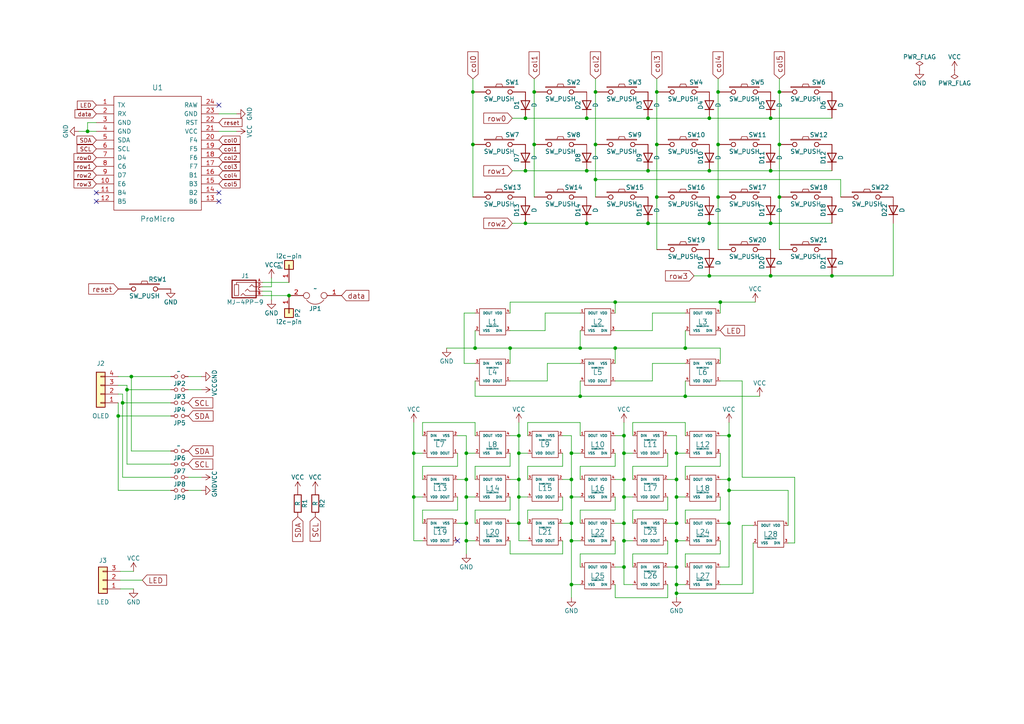
<source format=kicad_sch>
(kicad_sch (version 20231120) (generator "eeschema") (generator_version "8.0")
  (paper "A4")
  (title_block (title "Corne Classic") (date "2018-08-24") (rev "2.0") (company "foostan"))
  (junction (at 223.52 49.53))
  (junction (at 226.06 41.91))
  (junction (at 165.735 144.145))
  (junction (at 137.795 100.965))
  (junction (at 196.215 131.445))
  (junction (at 35.56 116.84))
  (junction (at 190.5 41.91))
  (junction (at 208.28 26.67))
  (junction (at 196.215 164.465))
  (junction (at 170.18 49.53))
  (junction (at 205.74 34.29))
  (junction (at 154.94 41.91))
  (junction (at 154.94 26.67))
  (junction (at 36.83 113.03))
  (junction (at 241.3 80.01))
  (junction (at 205.74 80.01))
  (junction (at 165.735 156.845))
  (junction (at 223.52 64.77))
  (junction (at 25.4 38.1))
  (junction (at 147.955 100.965))
  (junction (at 226.06 57.15))
  (junction (at 211.455 126.365))
  (junction (at 190.5 26.67))
  (junction (at 211.455 142.24))
  (junction (at 208.28 41.91))
  (junction (at 34.29 120.65))
  (junction (at 196.215 169.545))
  (junction (at 187.96 64.77))
  (junction (at 150.495 131.445))
  (junction (at 223.52 34.29))
  (junction (at 165.735 151.765))
  (junction (at 172.72 52.07))
  (junction (at 180.975 144.145))
  (junction (at 135.255 131.445))
  (junction (at 196.215 139.065))
  (junction (at 150.495 139.065))
  (junction (at 83.82 85.725))
  (junction (at 135.255 139.065))
  (junction (at 150.495 151.765))
  (junction (at 187.96 34.29))
  (junction (at 178.435 100.965))
  (junction (at 120.015 144.145))
  (junction (at 152.4 34.29))
  (junction (at 196.215 172.085))
  (junction (at 120.015 131.445))
  (junction (at 150.495 126.365))
  (junction (at 152.4 49.53))
  (junction (at 211.455 151.765))
  (junction (at 180.975 131.445))
  (junction (at 180.975 156.845))
  (junction (at 208.915 87.63))
  (junction (at 208.28 57.15))
  (junction (at 180.975 126.365))
  (junction (at 170.18 34.29))
  (junction (at 198.755 100.965))
  (junction (at 187.96 49.53))
  (junction (at 152.4 64.77))
  (junction (at 137.16 41.91))
  (junction (at 196.215 151.765))
  (junction (at 165.735 139.065))
  (junction (at 137.16 26.67))
  (junction (at 168.275 114.935))
  (junction (at 196.215 156.845))
  (junction (at 165.735 131.445))
  (junction (at 180.975 151.765))
  (junction (at 172.72 26.67))
  (junction (at 165.735 169.545))
  (junction (at 178.435 87.63))
  (junction (at 196.215 144.145))
  (junction (at 135.255 151.765))
  (junction (at 211.455 139.065))
  (junction (at 205.74 49.53))
  (junction (at 190.5 57.15))
  (junction (at 135.255 156.845))
  (junction (at 223.52 80.01))
  (junction (at 168.275 100.965))
  (junction (at 172.72 41.91))
  (junction (at 198.755 114.935))
  (junction (at 170.18 64.77))
  (junction (at 180.975 139.065))
  (junction (at 38.1 109.22))
  (junction (at 205.74 64.77))
  (junction (at 180.975 164.465))
  (junction (at 135.255 144.145))
  (junction (at 150.495 144.145))
  (junction (at 226.06 26.67))
  (no_connect (at 27.94 55.88))
  (no_connect (at 27.94 58.42))
  (no_connect (at 63.5 30.48))
  (no_connect (at 132.715 156.845))
  (no_connect (at 63.5 58.42))
  (no_connect (at 63.5 55.88))
  (wire (pts (xy 36.83 113.03) (xy 36.83 134.62)))
  (wire (pts (xy 208.915 90.805) (xy 208.915 87.63)))
  (wire (pts (xy 208.915 147.955) (xy 208.915 144.145)))
  (wire (pts (xy 259.08 80.01) (xy 241.3 80.01)))
  (wire (pts (xy 76.2 84.455) (xy 78.74 84.455)))
  (wire (pts (xy 215.265 138.43) (xy 230.505 138.43)))
  (wire (pts (xy 137.795 114.935) (xy 168.275 114.935)))
  (wire (pts (xy 183.515 139.065) (xy 183.515 135.255)))
  (wire (pts (xy 178.435 147.955) (xy 178.435 144.145)))
  (wire (pts (xy 208.915 100.965) (xy 208.915 105.41)))
  (wire (pts (xy 198.755 156.845) (xy 196.215 156.845)))
  (wire (pts (xy 36.83 111.76) (xy 36.83 113.03)))
  (wire (pts (xy 198.755 100.965) (xy 208.915 100.965)))
  (wire (pts (xy 211.455 122.555) (xy 211.455 126.365)))
  (wire (pts (xy 168.275 139.065) (xy 168.275 135.255)))
  (wire (pts (xy 198.755 164.465) (xy 198.755 160.655)))
  (wire (pts (xy 150.495 151.765) (xy 150.495 156.845)))
  (wire (pts (xy 38.1 109.22) (xy 49.53 109.22)))
  (wire (pts (xy 38.1 109.22) (xy 38.1 130.81)))
  (wire (pts (xy 193.675 151.765) (xy 196.215 151.765)))
  (wire (pts (xy 132.715 147.955) (xy 132.715 144.145)))
  (wire (pts (xy 152.4 64.77) (xy 170.18 64.77)))
  (wire (pts (xy 187.96 64.77) (xy 205.74 64.77)))
  (wire (pts (xy 198.755 131.445) (xy 196.215 131.445)))
  (wire (pts (xy 172.72 52.07) (xy 243.84 52.07)))
  (wire (pts (xy 36.83 134.62) (xy 49.53 134.62)))
  (wire (pts (xy 168.275 100.965) (xy 178.435 100.965)))
  (wire (pts (xy 198.755 90.805) (xy 189.23 90.805)))
  (wire (pts (xy 226.06 57.15) (xy 226.06 72.39)))
  (wire (pts (xy 168.275 164.465) (xy 168.275 160.655)))
  (wire (pts (xy 158.75 110.49) (xy 158.75 105.41)))
  (wire (pts (xy 147.955 110.49) (xy 158.75 110.49)))
  (wire (pts (xy 137.795 147.955) (xy 147.955 147.955)))
  (wire (pts (xy 196.215 139.065) (xy 196.215 144.145)))
  (wire (pts (xy 180.975 126.365) (xy 180.975 131.445)))
  (wire (pts (xy 180.975 151.765) (xy 180.975 156.845)))
  (wire (pts (xy 122.555 144.145) (xy 120.015 144.145)))
  (wire (pts (xy 168.275 95.885) (xy 168.275 100.965)))
  (wire (pts (xy 134.62 90.805) (xy 134.62 105.41)))
  (wire (pts (xy 147.955 139.065) (xy 150.495 139.065)))
  (wire (pts (xy 168.275 151.765) (xy 168.275 147.955)))
  (wire (pts (xy 196.215 151.765) (xy 196.215 156.845)))
  (wire (pts (xy 208.915 126.365) (xy 211.455 126.365)))
  (wire (pts (xy 178.435 173.355) (xy 178.435 169.545)))
  (wire (pts (xy 154.94 41.91) (xy 154.94 57.15)))
  (wire (pts (xy 196.215 131.445) (xy 196.215 139.065)))
  (wire (pts (xy 35.56 116.84) (xy 35.56 138.43)))
  (wire (pts (xy 34.29 120.65) (xy 34.29 142.24)))
  (wire (pts (xy 54.61 113.03) (xy 58.42 113.03)))
  (wire (pts (xy 168.275 147.955) (xy 178.435 147.955)))
  (wire (pts (xy 135.255 151.765) (xy 135.255 156.845)))
  (wire (pts (xy 172.72 52.07) (xy 172.72 57.15)))
  (wire (pts (xy 211.455 151.765) (xy 211.455 164.465)))
  (wire (pts (xy 187.96 34.29) (xy 205.74 34.29)))
  (wire (pts (xy 198.755 122.555) (xy 183.515 122.555)))
  (wire (pts (xy 147.955 87.63) (xy 178.435 87.63)))
  (wire (pts (xy 38.1 130.81) (xy 49.53 130.81)))
  (wire (pts (xy 168.275 126.365) (xy 168.275 122.555)))
  (wire (pts (xy 153.035 144.145) (xy 150.495 144.145)))
  (wire (pts (xy 54.61 138.43) (xy 58.42 138.43)))
  (wire (pts (xy 137.795 100.965) (xy 147.955 100.965)))
  (wire (pts (xy 168.275 144.145) (xy 165.735 144.145)))
  (wire (pts (xy 120.015 122.555) (xy 120.015 131.445)))
  (wire (pts (xy 190.5 22.86) (xy 190.5 26.67)))
  (wire (pts (xy 178.435 87.63) (xy 208.915 87.63)))
  (wire (pts (xy 134.62 105.41) (xy 137.795 105.41)))
  (wire (pts (xy 150.495 122.555) (xy 150.495 126.365)))
  (wire (pts (xy 137.795 126.365) (xy 137.795 122.555)))
  (wire (pts (xy 172.72 22.86) (xy 172.72 26.67)))
  (wire (pts (xy 178.435 126.365) (xy 180.975 126.365)))
  (wire (pts (xy 147.955 126.365) (xy 150.495 126.365)))
  (wire (pts (xy 120.015 144.145) (xy 120.015 156.845)))
  (wire (pts (xy 135.255 144.145) (xy 135.255 151.765)))
  (wire (pts (xy 211.455 142.24) (xy 228.6 142.24)))
  (wire (pts (xy 183.515 151.765) (xy 183.515 147.955)))
  (wire (pts (xy 198.755 95.885) (xy 198.755 100.965)))
  (wire (pts (xy 208.915 151.765) (xy 211.455 151.765)))
  (wire (pts (xy 196.215 126.365) (xy 196.215 131.445)))
  (wire (pts (xy 198.755 151.765) (xy 198.755 147.955)))
  (wire (pts (xy 168.275 110.49) (xy 168.275 114.935)))
  (wire (pts (xy 215.265 110.49) (xy 215.265 138.43)))
  (wire (pts (xy 218.44 172.085) (xy 218.44 157.48)))
  (wire (pts (xy 190.5 41.91) (xy 190.5 57.15)))
  (wire (pts (xy 223.52 64.77) (xy 241.3 64.77)))
  (wire (pts (xy 223.52 80.01) (xy 241.3 80.01)))
  (wire (pts (xy 193.675 139.065) (xy 196.215 139.065)))
  (wire (pts (xy 170.18 64.77) (xy 187.96 64.77)))
  (wire (pts (xy 165.735 169.545) (xy 165.735 173.355)))
  (wire (pts (xy 150.495 126.365) (xy 150.495 131.445)))
  (wire (pts (xy 137.795 122.555) (xy 122.555 122.555)))
  (wire (pts (xy 168.275 90.805) (xy 158.115 90.805)))
  (wire (pts (xy 135.255 139.065) (xy 135.255 144.145)))
  (wire (pts (xy 49.53 120.65) (xy 34.29 120.65)))
  (wire (pts (xy 178.435 105.41) (xy 178.435 100.965)))
  (wire (pts (xy 122.555 135.255) (xy 132.715 135.255)))
  (wire (pts (xy 193.675 173.355) (xy 178.435 173.355)))
  (wire (pts (xy 190.5 26.67) (xy 190.5 41.91)))
  (wire (pts (xy 163.195 156.845) (xy 163.195 160.655)))
  (wire (pts (xy 137.795 139.065) (xy 137.795 135.255)))
  (wire (pts (xy 180.975 156.845) (xy 180.975 164.465)))
  (wire (pts (xy 76.2 81.915) (xy 83.82 81.915)))
  (wire (pts (xy 148.59 34.29) (xy 152.4 34.29)))
  (wire (pts (xy 34.29 111.76) (xy 36.83 111.76)))
  (wire (pts (xy 122.555 131.445) (xy 120.015 131.445)))
  (wire (pts (xy 147.955 90.805) (xy 147.955 87.63)))
  (wire (pts (xy 158.115 90.805) (xy 158.115 95.885)))
  (wire (pts (xy 196.215 164.465) (xy 196.215 169.545)))
  (wire (pts (xy 63.5 38.1) (xy 68.58 38.1)))
  (wire (pts (xy 49.53 113.03) (xy 36.83 113.03)))
  (wire (pts (xy 223.52 49.53) (xy 241.3 49.53)))
  (wire (pts (xy 154.94 26.67) (xy 154.94 41.91)))
  (wire (pts (xy 163.195 147.955) (xy 163.195 144.145)))
  (wire (pts (xy 34.29 142.24) (xy 49.53 142.24)))
  (wire (pts (xy 34.925 168.275) (xy 41.275 168.275)))
  (wire (pts (xy 34.29 116.84) (xy 34.29 120.65)))
  (wire (pts (xy 34.925 170.815) (xy 38.735 170.815)))
  (wire (pts (xy 198.755 160.655) (xy 208.915 160.655)))
  (wire (pts (xy 196.215 169.545) (xy 196.215 172.085)))
  (wire (pts (xy 215.265 152.4) (xy 215.265 169.545)))
  (wire (pts (xy 172.72 26.67) (xy 172.72 41.91)))
  (wire (pts (xy 208.915 139.065) (xy 211.455 139.065)))
  (wire (pts (xy 137.795 135.255) (xy 147.955 135.255)))
  (wire (pts (xy 147.955 135.255) (xy 147.955 131.445)))
  (wire (pts (xy 165.735 144.145) (xy 165.735 151.765)))
  (wire (pts (xy 183.515 164.465) (xy 183.515 160.655)))
  (wire (pts (xy 193.675 160.655) (xy 193.675 156.845)))
  (wire (pts (xy 198.755 139.065) (xy 198.755 135.255)))
  (wire (pts (xy 259.08 64.77) (xy 259.08 80.01)))
  (wire (pts (xy 129.54 100.965) (xy 137.795 100.965)))
  (wire (pts (xy 137.795 151.765) (xy 137.795 147.955)))
  (wire (pts (xy 208.915 87.63) (xy 219.075 87.63)))
  (wire (pts (xy 183.515 147.955) (xy 193.675 147.955)))
  (wire (pts (xy 208.28 57.15) (xy 208.28 72.39)))
  (wire (pts (xy 137.16 41.91) (xy 137.16 57.15)))
  (wire (pts (xy 27.94 35.56) (xy 25.4 35.56)))
  (wire (pts (xy 76.2 85.725) (xy 83.82 85.725)))
  (wire (pts (xy 63.5 33.02) (xy 68.58 33.02)))
  (wire (pts (xy 137.795 156.845) (xy 135.255 156.845)))
  (wire (pts (xy 180.975 156.845) (xy 183.515 156.845)))
  (wire (pts (xy 153.035 139.065) (xy 153.035 135.255)))
  (wire (pts (xy 150.495 156.845) (xy 153.035 156.845)))
  (wire (pts (xy 163.195 135.255) (xy 163.195 131.445)))
  (wire (pts (xy 193.675 147.955) (xy 193.675 144.145)))
  (wire (pts (xy 183.515 135.255) (xy 193.675 135.255)))
  (wire (pts (xy 35.56 138.43) (xy 49.53 138.43)))
  (wire (pts (xy 180.975 139.065) (xy 180.975 144.145)))
  (wire (pts (xy 189.23 90.805) (xy 189.23 95.885)))
  (wire (pts (xy 153.035 122.555) (xy 153.035 126.365)))
  (wire (pts (xy 193.675 135.255) (xy 193.675 131.445)))
  (wire (pts (xy 228.6 142.24) (xy 228.6 152.4)))
  (wire (pts (xy 137.795 110.49) (xy 137.795 114.935)))
  (wire (pts (xy 147.955 105.41) (xy 147.955 100.965)))
  (wire (pts (xy 201.295 80.01) (xy 205.74 80.01)))
  (wire (pts (xy 187.96 49.53) (xy 205.74 49.53)))
  (wire (pts (xy 180.975 169.545) (xy 183.515 169.545)))
  (wire (pts (xy 178.435 164.465) (xy 180.975 164.465)))
  (wire (pts (xy 147.955 151.765) (xy 150.495 151.765)))
  (wire (pts (xy 198.755 114.935) (xy 220.345 114.935)))
  (wire (pts (xy 226.06 26.67) (xy 226.06 41.91)))
  (wire (pts (xy 49.53 116.84) (xy 35.56 116.84)))
  (wire (pts (xy 168.275 114.935) (xy 198.755 114.935)))
  (wire (pts (xy 78.74 84.455) (xy 78.74 86.995)))
  (wire (pts (xy 147.955 147.955) (xy 147.955 144.145)))
  (wire (pts (xy 165.735 156.845) (xy 165.735 169.545)))
  (wire (pts (xy 147.955 156.845) (xy 147.955 160.655)))
  (wire (pts (xy 180.975 131.445) (xy 180.975 139.065)))
  (wire (pts (xy 172.72 41.91) (xy 172.72 52.07)))
  (wire (pts (xy 165.735 139.065) (xy 165.735 144.145)))
  (wire (pts (xy 153.035 147.955) (xy 163.195 147.955)))
  (wire (pts (xy 158.115 95.885) (xy 147.955 95.885)))
  (wire (pts (xy 137.795 131.445) (xy 135.255 131.445)))
  (wire (pts (xy 132.715 139.065) (xy 135.255 139.065)))
  (wire (pts (xy 150.495 144.145) (xy 150.495 151.765)))
  (wire (pts (xy 163.195 126.365) (xy 165.735 126.365)))
  (wire (pts (xy 165.735 151.765) (xy 165.735 156.845)))
  (wire (pts (xy 226.06 41.91) (xy 226.06 57.15)))
  (wire (pts (xy 153.035 135.255) (xy 163.195 135.255)))
  (wire (pts (xy 153.035 131.445) (xy 150.495 131.445)))
  (wire (pts (xy 163.195 151.765) (xy 165.735 151.765)))
  (wire (pts (xy 190.5 57.15) (xy 190.5 72.39)))
  (wire (pts (xy 135.255 156.845) (xy 135.255 160.655)))
  (wire (pts (xy 122.555 122.555) (xy 122.555 126.365)))
  (wire (pts (xy 153.035 151.765) (xy 153.035 147.955)))
  (wire (pts (xy 147.955 100.965) (xy 168.275 100.965)))
  (wire (pts (xy 150.495 139.065) (xy 150.495 144.145)))
  (wire (pts (xy 137.16 22.86) (xy 137.16 26.67)))
  (wire (pts (xy 76.2 83.185) (xy 78.74 83.185)))
  (wire (pts (xy 165.735 131.445) (xy 165.735 139.065)))
  (wire (pts (xy 215.265 169.545) (xy 208.915 169.545)))
  (wire (pts (xy 148.59 49.53) (xy 152.4 49.53)))
  (wire (pts (xy 230.505 138.43) (xy 230.505 157.48)))
  (wire (pts (xy 178.435 135.255) (xy 178.435 131.445)))
  (wire (pts (xy 22.86 38.1) (xy 25.4 38.1)))
  (wire (pts (xy 178.435 100.965) (xy 198.755 100.965)))
  (wire (pts (xy 208.915 110.49) (xy 215.265 110.49)))
  (wire (pts (xy 193.675 126.365) (xy 196.215 126.365)))
  (wire (pts (xy 189.23 105.41) (xy 198.755 105.41)))
  (wire (pts (xy 198.755 126.365) (xy 198.755 122.555)))
  (wire (pts (xy 180.975 164.465) (xy 180.975 169.545)))
  (wire (pts (xy 218.44 152.4) (xy 215.265 152.4)))
  (wire (pts (xy 189.23 95.885) (xy 178.435 95.885)))
  (wire (pts (xy 150.495 131.445) (xy 150.495 139.065)))
  (wire (pts (xy 122.555 139.065) (xy 122.555 135.255)))
  (wire (pts (xy 158.75 105.41) (xy 168.275 105.41)))
  (wire (pts (xy 208.915 135.255) (xy 208.915 131.445)))
  (wire (pts (xy 180.975 122.555) (xy 180.975 126.365)))
  (wire (pts (xy 120.015 156.845) (xy 122.555 156.845)))
  (wire (pts (xy 137.795 144.145) (xy 135.255 144.145)))
  (wire (pts (xy 154.94 22.86) (xy 154.94 26.67)))
  (wire (pts (xy 183.515 122.555) (xy 183.515 126.365)))
  (wire (pts (xy 189.23 110.49) (xy 189.23 105.41)))
  (wire (pts (xy 135.255 126.365) (xy 135.255 131.445)))
  (wire (pts (xy 205.74 80.01) (xy 223.52 80.01)))
  (wire (pts (xy 54.61 109.22) (xy 58.42 109.22)))
  (wire (pts (xy 137.795 95.885) (xy 137.795 100.965)))
  (wire (pts (xy 211.455 142.24) (xy 211.455 151.765)))
  (wire (pts (xy 168.275 131.445) (xy 165.735 131.445)))
  (wire (pts (xy 180.975 131.445) (xy 183.515 131.445)))
  (wire (pts (xy 165.735 126.365) (xy 165.735 131.445)))
  (wire (pts (xy 196.215 172.085) (xy 218.44 172.085)))
  (wire (pts (xy 178.435 90.805) (xy 178.435 87.63)))
  (wire (pts (xy 183.515 160.655) (xy 193.675 160.655)))
  (wire (pts (xy 208.28 41.91) (xy 208.28 57.15)))
  (wire (pts (xy 78.74 83.185) (xy 78.74 80.645)))
  (wire (pts (xy 168.275 160.655) (xy 178.435 160.655)))
  (wire (pts (xy 132.715 126.365) (xy 135.255 126.365)))
  (wire (pts (xy 152.4 34.29) (xy 170.18 34.29)))
  (wire (pts (xy 135.255 131.445) (xy 135.255 139.065)))
  (wire (pts (xy 196.215 172.085) (xy 196.215 173.355)))
  (wire (pts (xy 198.755 135.255) (xy 208.915 135.255)))
  (wire (pts (xy 226.06 22.86) (xy 226.06 26.67)))
  (wire (pts (xy 163.195 139.065) (xy 165.735 139.065)))
  (wire (pts (xy 180.975 144.145) (xy 180.975 151.765)))
  (wire (pts (xy 196.215 144.145) (xy 196.215 151.765)))
  (wire (pts (xy 34.29 114.3) (xy 35.56 114.3)))
  (wire (pts (xy 178.435 139.065) (xy 180.975 139.065)))
  (wire (pts (xy 25.4 35.56) (xy 25.4 38.1)))
  (wire (pts (xy 208.915 160.655) (xy 208.915 156.845)))
  (wire (pts (xy 152.4 49.53) (xy 170.18 49.53)))
  (wire (pts (xy 122.555 147.955) (xy 132.715 147.955)))
  (wire (pts (xy 25.4 38.1) (xy 27.94 38.1)))
  (wire (pts (xy 34.925 165.735) (xy 38.735 165.735)))
  (wire (pts (xy 196.215 156.845) (xy 196.215 164.465)))
  (wire (pts (xy 198.755 147.955) (xy 208.915 147.955)))
  (wire (pts (xy 54.61 142.24) (xy 58.42 142.24)))
  (wire (pts (xy 193.675 169.545) (xy 193.675 173.355)))
  (wire (pts (xy 211.455 139.065) (xy 211.455 142.24)))
  (wire (pts (xy 35.56 114.3) (xy 35.56 116.84)))
  (wire (pts (xy 205.74 34.29) (xy 223.52 34.29)))
  (wire (pts (xy 205.74 49.53) (xy 223.52 49.53)))
  (wire (pts (xy 163.195 160.655) (xy 147.955 160.655)))
  (wire (pts (xy 168.275 135.255) (xy 178.435 135.255)))
  (wire (pts (xy 205.74 64.77) (xy 223.52 64.77)))
  (wire (pts (xy 34.29 109.22) (xy 38.1 109.22)))
  (wire (pts (xy 148.59 64.77) (xy 152.4 64.77)))
  (wire (pts (xy 193.675 164.465) (xy 196.215 164.465)))
  (wire (pts (xy 132.715 135.255) (xy 132.715 131.445)))
  (wire (pts (xy 211.455 126.365) (xy 211.455 139.065)))
  (wire (pts (xy 180.975 144.145) (xy 183.515 144.145)))
  (wire (pts (xy 168.275 122.555) (xy 153.035 122.555)))
  (wire (pts (xy 137.795 90.805) (xy 134.62 90.805)))
  (wire (pts (xy 243.84 52.07) (xy 243.84 57.15)))
  (wire (pts (xy 122.555 151.765) (xy 122.555 147.955)))
  (wire (pts (xy 208.28 26.67) (xy 208.28 41.91)))
  (wire (pts (xy 198.755 144.145) (xy 196.215 144.145)))
  (wire (pts (xy 120.015 131.445) (xy 120.015 144.145)))
  (wire (pts (xy 178.435 160.655) (xy 178.435 156.845)))
  (wire (pts (xy 170.18 49.53) (xy 187.96 49.53)))
  (wire (pts (xy 208.28 22.86) (xy 208.28 26.67)))
  (wire (pts (xy 168.275 169.545) (xy 165.735 169.545)))
  (wire (pts (xy 137.16 26.67) (xy 137.16 41.91)))
  (wire (pts (xy 230.505 157.48) (xy 228.6 157.48)))
  (wire (pts (xy 198.755 110.49) (xy 198.755 114.935)))
  (wire (pts (xy 223.52 34.29) (xy 241.3 34.29)))
  (wire (pts (xy 132.715 151.765) (xy 135.255 151.765)))
  (wire (pts (xy 178.435 151.765) (xy 180.975 151.765)))
  (wire (pts (xy 170.18 34.29) (xy 187.96 34.29)))
  (wire (pts (xy 168.275 156.845) (xy 165.735 156.845)))
  (wire (pts (xy 211.455 164.465) (xy 208.915 164.465)))
  (wire (pts (xy 198.755 169.545) (xy 196.215 169.545)))
  (wire (pts (xy 178.435 110.49) (xy 189.23 110.49)))
  (global_label "LED" (shape input) (at 27.94 30.48 180) (effects (font (size 1.1938 1.1938))) (property "Intersheetrefs" "${INTERSHEET_REFS}" (effects (hide yes))))
  (global_label "SCL" (shape input) (at 54.61 116.84 0) (effects (font (size 1.524 1.524))) (property "Intersheetrefs" "${INTERSHEET_REFS}" (effects (hide yes))))
  (global_label "col1" (shape input) (at 63.5 43.18 0) (effects (font (size 1.1938 1.1938))) (property "Intersheetrefs" "${INTERSHEET_REFS}" (effects (hide yes))))
  (global_label "SDA" (shape input) (at 54.61 130.81 0) (effects (font (size 1.524 1.524))) (property "Intersheetrefs" "${INTERSHEET_REFS}" (effects (hide yes))))
  (global_label "SDA" (shape input) (at 86.36 149.86 270) (effects (font (size 1.524 1.524))) (property "Intersheetrefs" "${INTERSHEET_REFS}" (effects (hide yes))))
  (global_label "col0" (shape input) (at 63.5 40.64 0) (effects (font (size 1.1938 1.1938))) (property "Intersheetrefs" "${INTERSHEET_REFS}" (effects (hide yes))))
  (global_label "col3" (shape input) (at 63.5 48.26 0) (effects (font (size 1.1938 1.1938))) (property "Intersheetrefs" "${INTERSHEET_REFS}" (effects (hide yes))))
  (global_label "reset" (shape input) (at 34.29 83.82 180) (effects (font (size 1.524 1.524))) (property "Intersheetrefs" "${INTERSHEET_REFS}" (effects (hide yes))))
  (global_label "row0" (shape input) (at 148.59 34.29 180) (effects (font (size 1.524 1.524))) (property "Intersheetrefs" "${INTERSHEET_REFS}" (effects (hide yes))))
  (global_label "col4" (shape input) (at 63.5 50.8 0) (effects (font (size 1.1938 1.1938))) (property "Intersheetrefs" "${INTERSHEET_REFS}" (effects (hide yes))))
  (global_label "LED" (shape input) (at 41.275 168.275 0) (effects (font (size 1.524 1.524))) (property "Intersheetrefs" "${INTERSHEET_REFS}" (effects (hide yes))))
  (global_label "SDA" (shape input) (at 27.94 40.64 180) (effects (font (size 1.1938 1.1938))) (property "Intersheetrefs" "${INTERSHEET_REFS}" (effects (hide yes))))
  (global_label "col2" (shape input) (at 63.5 45.72 0) (effects (font (size 1.1938 1.1938))) (property "Intersheetrefs" "${INTERSHEET_REFS}" (effects (hide yes))))
  (global_label "row3" (shape input) (at 201.295 80.01 180) (effects (font (size 1.524 1.524))) (property "Intersheetrefs" "${INTERSHEET_REFS}" (effects (hide yes))))
  (global_label "data" (shape input) (at 27.94 33.02 180) (effects (font (size 1.1938 1.1938))) (property "Intersheetrefs" "${INTERSHEET_REFS}" (effects (hide yes))))
  (global_label "col4" (shape input) (at 208.28 22.86 90) (effects (font (size 1.524 1.524))) (property "Intersheetrefs" "${INTERSHEET_REFS}" (effects (hide yes))))
  (global_label "col2" (shape input) (at 172.72 22.86 90) (effects (font (size 1.524 1.524))) (property "Intersheetrefs" "${INTERSHEET_REFS}" (effects (hide yes))))
  (global_label "col0" (shape input) (at 137.16 22.86 90) (effects (font (size 1.524 1.524))) (property "Intersheetrefs" "${INTERSHEET_REFS}" (effects (hide yes))))
  (global_label "row2" (shape input) (at 148.59 64.77 180) (effects (font (size 1.524 1.524))) (property "Intersheetrefs" "${INTERSHEET_REFS}" (effects (hide yes))))
  (global_label "row1" (shape input) (at 148.59 49.53 180) (effects (font (size 1.524 1.524))) (property "Intersheetrefs" "${INTERSHEET_REFS}" (effects (hide yes))))
  (global_label "LED" (shape input) (at 208.915 95.885 0) (effects (font (size 1.524 1.524))) (property "Intersheetrefs" "${INTERSHEET_REFS}" (effects (hide yes))))
  (global_label "col3" (shape input) (at 190.5 22.86 90) (effects (font (size 1.524 1.524))) (property "Intersheetrefs" "${INTERSHEET_REFS}" (effects (hide yes))))
  (global_label "row2" (shape input) (at 27.94 50.8 180) (effects (font (size 1.1938 1.1938))) (property "Intersheetrefs" "${INTERSHEET_REFS}" (effects (hide yes))))
  (global_label "row0" (shape input) (at 27.94 45.72 180) (effects (font (size 1.1938 1.1938))) (property "Intersheetrefs" "${INTERSHEET_REFS}" (effects (hide yes))))
  (global_label "SCL" (shape input) (at 54.61 134.62 0) (effects (font (size 1.524 1.524))) (property "Intersheetrefs" "${INTERSHEET_REFS}" (effects (hide yes))))
  (global_label "col5" (shape input) (at 226.06 22.86 90) (effects (font (size 1.524 1.524))) (property "Intersheetrefs" "${INTERSHEET_REFS}" (effects (hide yes))))
  (global_label "SDA" (shape input) (at 54.61 120.65 0) (effects (font (size 1.524 1.524))) (property "Intersheetrefs" "${INTERSHEET_REFS}" (effects (hide yes))))
  (global_label "SCL" (shape input) (at 91.44 149.86 270) (effects (font (size 1.524 1.524))) (property "Intersheetrefs" "${INTERSHEET_REFS}" (effects (hide yes))))
  (global_label "col1" (shape input) (at 154.94 22.86 90) (effects (font (size 1.524 1.524))) (property "Intersheetrefs" "${INTERSHEET_REFS}" (effects (hide yes))))
  (global_label "col5" (shape input) (at 63.5 53.34 0) (effects (font (size 1.1938 1.1938))) (property "Intersheetrefs" "${INTERSHEET_REFS}" (effects (hide yes))))
  (global_label "row1" (shape input) (at 27.94 48.26 180) (effects (font (size 1.1938 1.1938))) (property "Intersheetrefs" "${INTERSHEET_REFS}" (effects (hide yes))))
  (global_label "reset" (shape input) (at 63.5 35.56 0) (effects (font (size 1.1938 1.1938))) (property "Intersheetrefs" "${INTERSHEET_REFS}" (effects (hide yes))))
  (global_label "row3" (shape input) (at 27.94 53.34 180) (effects (font (size 1.1938 1.1938))) (property "Intersheetrefs" "${INTERSHEET_REFS}" (effects (hide yes))))
  (global_label "data" (shape input) (at 99.06 85.725 0) (effects (font (size 1.524 1.524))) (property "Intersheetrefs" "${INTERSHEET_REFS}" (effects (hide yes))))
  (global_label "SCL" (shape input) (at 27.94 43.18 180) (effects (font (size 1.1938 1.1938))) (property "Intersheetrefs" "${INTERSHEET_REFS}" (effects (hide yes))))
  (symbol (lib_id "corne-classic-rescue:ProMicro-kbd") (at 45.72 49.53 0) (unit 1)
    (property "Reference" "U1" (at 45.72 25.4 0) (effects (font (size 1.524 1.524))))
    (property "Value" "ProMicro" (at 45.72 63.5 0) (effects (font (size 1.524 1.524))))
    (property "Footprint" "kbd:ProMicro_v2" (effects (hide yes)))
  )
  (symbol (lib_id "corne-classic-rescue:SW_PUSH-kbd") (at 162.56 26.67 0) (unit 1)
    (property "Reference" "SW2" (at 166.37 23.876 0))
    (property "Value" "SW_PUSH" (at 162.56 28.702 0))
    (property "Footprint" "kbd:MX_ALPS_PG1350_noLed" (effects (hide yes)))
  )
  (symbol (lib_id "Device:D") (at 170.18 30.48 90) (unit 1)
    (property "Reference" "D2" (at 167.64 30.48 0))
    (property "Value" "D" (at 172.72 30.48 0))
    (property "Footprint" "kbd:D3_TH_SMD" (effects (hide yes)))
  )
  (symbol (lib_id "corne-classic-rescue:SW_PUSH-kbd") (at 180.34 26.67 0) (unit 1)
    (property "Reference" "SW3" (at 184.15 23.876 0))
    (property "Value" "SW_PUSH" (at 180.34 28.702 0))
    (property "Footprint" "kbd:MX_ALPS_PG1350_noLed" (effects (hide yes)))
  )
  (symbol (lib_id "Device:D") (at 187.96 30.48 90) (unit 1)
    (property "Reference" "D3" (at 185.42 30.48 0))
    (property "Value" "D" (at 190.5 30.48 0))
    (property "Footprint" "kbd:D3_TH_SMD" (effects (hide yes)))
  )
  (symbol (lib_id "corne-classic-rescue:SW_PUSH-kbd") (at 198.12 26.67 0) (unit 1)
    (property "Reference" "SW4" (at 201.93 23.876 0))
    (property "Value" "SW_PUSH" (at 198.12 28.702 0))
    (property "Footprint" "kbd:MX_ALPS_PG1350_noLed" (effects (hide yes)))
  )
  (symbol (lib_id "corne-classic-rescue:SW_PUSH-kbd") (at 215.9 26.67 0) (unit 1)
    (property "Reference" "SW5" (at 219.71 23.876 0))
    (property "Value" "SW_PUSH" (at 215.9 28.702 0))
    (property "Footprint" "kbd:MX_ALPS_PG1350_noLed" (effects (hide yes)))
  )
  (symbol (lib_id "corne-classic-rescue:SW_PUSH-kbd") (at 233.68 26.67 0) (unit 1)
    (property "Reference" "SW6" (at 237.49 23.876 0))
    (property "Value" "SW_PUSH" (at 233.68 28.702 0))
    (property "Footprint" "kbd:MX_ALPS_PG1350_noLed" (effects (hide yes)))
  )
  (symbol (lib_id "Device:D") (at 205.74 30.48 90) (unit 1)
    (property "Reference" "D4" (at 203.2 30.48 0))
    (property "Value" "D" (at 208.28 30.48 0))
    (property "Footprint" "kbd:D3_TH_SMD" (effects (hide yes)))
  )
  (symbol (lib_id "Device:D") (at 223.52 30.48 90) (unit 1)
    (property "Reference" "D5" (at 220.98 30.48 0))
    (property "Value" "D" (at 226.06 30.48 0))
    (property "Footprint" "kbd:D3_TH_SMD" (effects (hide yes)))
  )
  (symbol (lib_id "Device:D") (at 241.3 30.48 90) (unit 1)
    (property "Reference" "D6" (at 238.76 30.48 0))
    (property "Value" "D" (at 243.84 30.48 0))
    (property "Footprint" "kbd:D3_TH_SMD" (effects (hide yes)))
  )
  (symbol (lib_id "corne-classic-rescue:SW_PUSH-kbd") (at 144.78 26.67 0) (unit 1)
    (property "Reference" "SW1" (at 148.59 23.876 0))
    (property "Value" "SW_PUSH" (at 144.78 28.702 0))
    (property "Footprint" "kbd:MX_ALPS_PG1350_noLed" (effects (hide yes)))
  )
  (symbol (lib_id "Device:D") (at 152.4 30.48 90) (unit 1)
    (property "Reference" "D1" (at 149.86 30.48 0))
    (property "Value" "D" (at 154.94 30.48 0))
    (property "Footprint" "kbd:D3_TH_SMD" (effects (hide yes)))
  )
  (symbol (lib_id "corne-classic-rescue:SW_PUSH-kbd") (at 162.56 41.91 0) (unit 1)
    (property "Reference" "SW8" (at 166.37 39.116 0))
    (property "Value" "SW_PUSH" (at 162.56 43.942 0))
    (property "Footprint" "kbd:MX_ALPS_PG1350_noLed" (effects (hide yes)))
  )
  (symbol (lib_id "Device:D") (at 170.18 45.72 90) (unit 1)
    (property "Reference" "D8" (at 167.64 45.72 0))
    (property "Value" "D" (at 172.72 45.72 0))
    (property "Footprint" "kbd:D3_TH_SMD" (effects (hide yes)))
  )
  (symbol (lib_id "corne-classic-rescue:SW_PUSH-kbd") (at 180.34 41.91 0) (unit 1)
    (property "Reference" "SW9" (at 184.15 39.116 0))
    (property "Value" "SW_PUSH" (at 180.34 43.942 0))
    (property "Footprint" "kbd:MX_ALPS_PG1350_noLed" (effects (hide yes)))
  )
  (symbol (lib_id "Device:D") (at 187.96 45.72 90) (unit 1)
    (property "Reference" "D9" (at 185.42 45.72 0))
    (property "Value" "D" (at 190.5 45.72 0))
    (property "Footprint" "kbd:D3_TH_SMD" (effects (hide yes)))
  )
  (symbol (lib_id "corne-classic-rescue:SW_PUSH-kbd") (at 198.12 41.91 0) (unit 1)
    (property "Reference" "SW10" (at 201.93 39.116 0))
    (property "Value" "SW_PUSH" (at 198.12 43.942 0))
    (property "Footprint" "kbd:MX_ALPS_PG1350_noLed" (effects (hide yes)))
  )
  (symbol (lib_id "corne-classic-rescue:SW_PUSH-kbd") (at 215.9 41.91 0) (unit 1)
    (property "Reference" "SW11" (at 219.71 39.116 0))
    (property "Value" "SW_PUSH" (at 215.9 43.942 0))
    (property "Footprint" "kbd:MX_ALPS_PG1350_noLed" (effects (hide yes)))
  )
  (symbol (lib_id "corne-classic-rescue:SW_PUSH-kbd") (at 233.68 41.91 0) (unit 1)
    (property "Reference" "SW12" (at 237.49 39.116 0))
    (property "Value" "SW_PUSH" (at 233.68 43.942 0))
    (property "Footprint" "kbd:MX_ALPS_PG1350_noLed" (effects (hide yes)))
  )
  (symbol (lib_id "Device:D") (at 205.74 45.72 90) (unit 1)
    (property "Reference" "D10" (at 203.2 45.72 0))
    (property "Value" "D" (at 208.28 45.72 0))
    (property "Footprint" "kbd:D3_TH_SMD" (effects (hide yes)))
  )
  (symbol (lib_id "Device:D") (at 223.52 45.72 90) (unit 1)
    (property "Reference" "D11" (at 220.98 45.72 0))
    (property "Value" "D" (at 226.06 45.72 0))
    (property "Footprint" "kbd:D3_TH_SMD" (effects (hide yes)))
  )
  (symbol (lib_id "Device:D") (at 241.3 45.72 90) (unit 1)
    (property "Reference" "D12" (at 238.76 45.72 0))
    (property "Value" "D" (at 243.84 45.72 0))
    (property "Footprint" "kbd:D3_TH_SMD" (effects (hide yes)))
  )
  (symbol (lib_id "corne-classic-rescue:SW_PUSH-kbd") (at 144.78 41.91 0) (unit 1)
    (property "Reference" "SW7" (at 148.59 39.116 0))
    (property "Value" "SW_PUSH" (at 144.78 43.942 0))
    (property "Footprint" "kbd:MX_ALPS_PG1350_noLed" (effects (hide yes)))
  )
  (symbol (lib_id "Device:D") (at 152.4 45.72 90) (unit 1)
    (property "Reference" "D7" (at 149.86 45.72 0))
    (property "Value" "D" (at 154.94 45.72 0))
    (property "Footprint" "kbd:D3_TH_SMD" (effects (hide yes)))
  )
  (symbol (lib_id "corne-classic-rescue:SW_PUSH-kbd") (at 162.56 57.15 0) (unit 1)
    (property "Reference" "SW14" (at 166.37 54.356 0))
    (property "Value" "SW_PUSH" (at 162.56 59.182 0))
    (property "Footprint" "kbd:MX_ALPS_PG1350_noLed" (effects (hide yes)))
  )
  (symbol (lib_id "Device:D") (at 170.18 60.96 90) (unit 1)
    (property "Reference" "D14" (at 167.64 60.96 0))
    (property "Value" "D" (at 172.72 60.96 0))
    (property "Footprint" "kbd:D3_TH_SMD" (effects (hide yes)))
  )
  (symbol (lib_id "corne-classic-rescue:SW_PUSH-kbd") (at 180.34 57.15 0) (unit 1)
    (property "Reference" "SW15" (at 184.15 54.356 0))
    (property "Value" "SW_PUSH" (at 180.34 59.182 0))
    (property "Footprint" "kbd:MX_ALPS_PG1350_noLed" (effects (hide yes)))
  )
  (symbol (lib_id "Device:D") (at 187.96 60.96 90) (unit 1)
    (property "Reference" "D15" (at 185.42 60.96 0))
    (property "Value" "D" (at 190.5 60.96 0))
    (property "Footprint" "kbd:D3_TH_SMD" (effects (hide yes)))
  )
  (symbol (lib_id "corne-classic-rescue:SW_PUSH-kbd") (at 198.12 57.15 0) (unit 1)
    (property "Reference" "SW16" (at 201.93 54.356 0))
    (property "Value" "SW_PUSH" (at 198.12 59.182 0))
    (property "Footprint" "kbd:MX_ALPS_PG1350_noLed" (effects (hide yes)))
  )
  (symbol (lib_id "corne-classic-rescue:SW_PUSH-kbd") (at 215.9 57.15 0) (unit 1)
    (property "Reference" "SW17" (at 219.71 54.356 0))
    (property "Value" "SW_PUSH" (at 215.9 59.182 0))
    (property "Footprint" "kbd:MX_ALPS_PG1350_noLed" (effects (hide yes)))
  )
  (symbol (lib_id "corne-classic-rescue:SW_PUSH-kbd") (at 233.68 57.15 0) (unit 1)
    (property "Reference" "SW18" (at 237.49 54.356 0))
    (property "Value" "SW_PUSH" (at 233.68 59.182 0))
    (property "Footprint" "kbd:MX_ALPS_PG1350_noLed" (effects (hide yes)))
  )
  (symbol (lib_id "Device:D") (at 205.74 60.96 90) (unit 1)
    (property "Reference" "D16" (at 203.2 60.96 0))
    (property "Value" "D" (at 208.28 60.96 0))
    (property "Footprint" "kbd:D3_TH_SMD" (effects (hide yes)))
  )
  (symbol (lib_id "Device:D") (at 223.52 60.96 90) (unit 1)
    (property "Reference" "D17" (at 220.98 60.96 0))
    (property "Value" "D" (at 226.06 60.96 0))
    (property "Footprint" "kbd:D3_TH_SMD" (effects (hide yes)))
  )
  (symbol (lib_id "Device:D") (at 241.3 60.96 90) (unit 1)
    (property "Reference" "D18" (at 238.76 60.96 0))
    (property "Value" "D" (at 243.84 60.96 0))
    (property "Footprint" "kbd:D3_TH_SMD" (effects (hide yes)))
  )
  (symbol (lib_id "corne-classic-rescue:SW_PUSH-kbd") (at 144.78 57.15 0) (unit 1)
    (property "Reference" "SW13" (at 148.59 54.356 0))
    (property "Value" "SW_PUSH" (at 144.78 59.182 0))
    (property "Footprint" "kbd:MX_ALPS_PG1350_noLed" (effects (hide yes)))
  )
  (symbol (lib_id "Device:D") (at 152.4 60.96 90) (unit 1)
    (property "Reference" "D13" (at 149.86 60.96 0))
    (property "Value" "D" (at 154.94 60.96 0))
    (property "Footprint" "kbd:D3_TH_SMD" (effects (hide yes)))
  )
  (symbol (lib_id "corne-classic-rescue:SW_PUSH-kbd") (at 215.9 72.39 0) (unit 1)
    (property "Reference" "SW20" (at 219.71 69.596 0))
    (property "Value" "SW_PUSH" (at 215.9 74.422 0))
    (property "Footprint" "kbd:MX_ALPS_PG1350_noLed" (effects (hide yes)))
  )
  (symbol (lib_id "Device:D") (at 223.52 76.2 90) (unit 1)
    (property "Reference" "D20" (at 220.98 76.2 0))
    (property "Value" "D" (at 226.06 76.2 0))
    (property "Footprint" "kbd:D3_TH_SMD" (effects (hide yes)))
  )
  (symbol (lib_id "corne-classic-rescue:SW_PUSH-kbd") (at 233.68 72.39 0) (unit 1)
    (property "Reference" "SW21" (at 237.49 69.596 0))
    (property "Value" "SW_PUSH" (at 233.68 74.422 0))
    (property "Footprint" "kbd:MX_ALPS_PG1350_noLed_1.75u" (effects (hide yes)))
  )
  (symbol (lib_id "Device:D") (at 241.3 76.2 90) (unit 1)
    (property "Reference" "D21" (at 238.76 76.2 0))
    (property "Value" "D" (at 243.84 76.2 0))
    (property "Footprint" "kbd:D3_TH_SMD" (effects (hide yes)))
  )
  (symbol (lib_id "corne-classic-rescue:SW_PUSH-kbd") (at 198.12 72.39 0) (unit 1)
    (property "Reference" "SW19" (at 201.93 69.596 0))
    (property "Value" "SW_PUSH" (at 198.12 74.422 0))
    (property "Footprint" "kbd:MX_ALPS_PG1350_noLed" (effects (hide yes)))
  )
  (symbol (lib_id "Device:D") (at 205.74 76.2 90) (unit 1)
    (property "Reference" "D19" (at 203.2 76.2 0))
    (property "Value" "D" (at 208.28 76.2 0))
    (property "Footprint" "kbd:D3_TH_SMD" (effects (hide yes)))
  )
  (symbol (lib_id "power:GND") (at 68.58 33.02 90) (unit 1)
    (property "Reference" "#PWR03" (effects (hide yes)))
    (property "Value" "GND" (at 72.39 33.02 0))
  )
  (symbol (lib_id "power:VCC") (at 68.58 38.1 270) (unit 1)
    (property "Reference" "#PWR05" (effects (hide yes)))
    (property "Value" "VCC" (at 72.39 38.1 0))
  )
  (symbol (lib_id "power:GND") (at 22.86 38.1 270) (unit 1)
    (property "Reference" "#PWR04" (effects (hide yes)))
    (property "Value" "GND" (at 19.05 38.1 0))
  )
  (symbol (lib_id "power:GND") (at 266.7 20.32 0) (unit 1)
    (property "Reference" "#PWR01" (effects (hide yes)))
    (property "Value" "GND" (at 266.7 24.13 0))
  )
  (symbol (lib_id "power:VCC") (at 276.86 20.32 0) (unit 1)
    (property "Reference" "#PWR02" (effects (hide yes)))
    (property "Value" "VCC" (at 276.86 16.51 0))
  )
  (symbol (lib_id "power:PWR_FLAG") (at 276.86 20.32 180) (unit 1)
    (property "Reference" "#FLG02" (effects (hide yes)))
    (property "Value" "PWR_FLAG" (at 276.86 24.13 0))
  )
  (symbol (lib_id "power:PWR_FLAG") (at 266.7 20.32 0) (unit 1)
    (property "Reference" "#FLG01" (effects (hide yes)))
    (property "Value" "PWR_FLAG" (at 266.7 16.51 0))
  )
  (symbol (lib_id "corne-classic-rescue:SW_PUSH-kbd") (at 41.91 83.82 0) (unit 1)
    (property "Reference" "RSW1" (at 45.72 81.026 0))
    (property "Value" "SW_PUSH" (at 41.91 85.852 0))
    (property "Footprint" "kbd:ResetSW" (effects (hide yes)))
  )
  (symbol (lib_id "power:GND") (at 49.53 83.82 0) (unit 1)
    (property "Reference" "#PWR07" (effects (hide yes)))
    (property "Value" "GND" (at 49.53 87.63 0))
  )
  (symbol (lib_id "corne-classic-rescue:Jumper-Device") (at 91.44 85.725 180) (unit 1)
    (property "Reference" "JP1" (at 91.44 89.535 0))
    (property "Value" "~" (at 91.44 83.693 0))
    (property "Footprint" "kbd:JP" (effects (hide yes)))
  )
  (symbol (lib_id "power:VCC") (at 78.74 80.645 0) (unit 1)
    (property "Reference" "#PWR06" (effects (hide yes)))
    (property "Value" "VCC" (at 78.74 76.835 0))
  )
  (symbol (lib_id "power:GND") (at 78.74 86.995 0) (unit 1)
    (property "Reference" "#PWR08" (effects (hide yes)))
    (property "Value" "GND" (at 78.74 90.805 0))
  )
  (symbol (lib_id "corne-classic-rescue:SK6812MINI-kbd") (at 142.875 128.905 0) (unit 1)
    (property "Reference" "L8" (at 142.875 128.905 0) (effects (font (size 1.4986 1.4986))))
    (property "Value" "SK6812MINI" (at 142.875 130.175 0) (effects (font (size 0.4064 0.4064))))
    (property "Footprint" "kbd:SK6812MINI_rev" (effects (hide yes)))
  )
  (symbol (lib_id "corne-classic-rescue:SK6812MINI-kbd") (at 158.115 128.905 180) (unit 1)
    (property "Reference" "L9" (at 158.115 128.905 0) (effects (font (size 1.4986 1.4986))))
    (property "Value" "SK6812MINI" (at 158.115 127.635 0) (effects (font (size 0.4064 0.4064))))
    (property "Footprint" "kbd:SK6812MINI_rev" (effects (hide yes)))
  )
  (symbol (lib_id "corne-classic-rescue:SK6812MINI-kbd") (at 173.355 128.905 0) (unit 1)
    (property "Reference" "L10" (at 173.355 128.905 0) (effects (font (size 1.4986 1.4986))))
    (property "Value" "SK6812MINI" (at 173.355 130.175 0) (effects (font (size 0.4064 0.4064))))
    (property "Footprint" "kbd:SK6812MINI_rev" (effects (hide yes)))
  )
  (symbol (lib_id "corne-classic-rescue:SK6812MINI-kbd") (at 188.595 128.905 180) (unit 1)
    (property "Reference" "L11" (at 188.595 128.905 0) (effects (font (size 1.4986 1.4986))))
    (property "Value" "SK6812MINI" (at 188.595 127.635 0) (effects (font (size 0.4064 0.4064))))
    (property "Footprint" "kbd:SK6812MINI_rev" (effects (hide yes)))
  )
  (symbol (lib_id "corne-classic-rescue:SK6812MINI-kbd") (at 203.835 128.905 0) (unit 1)
    (property "Reference" "L12" (at 203.835 128.905 0) (effects (font (size 1.4986 1.4986))))
    (property "Value" "SK6812MINI" (at 203.835 130.175 0) (effects (font (size 0.4064 0.4064))))
    (property "Footprint" "kbd:SK6812MINI_rev" (effects (hide yes)))
  )
  (symbol (lib_id "corne-classic-rescue:SK6812MINI-kbd") (at 127.635 128.905 180) (unit 1)
    (property "Reference" "L7" (at 127.635 128.905 0) (effects (font (size 1.4986 1.4986))))
    (property "Value" "SK6812MINI" (at 127.635 127.635 0) (effects (font (size 0.4064 0.4064))))
    (property "Footprint" "kbd:SK6812MINI_rev" (effects (hide yes)))
  )
  (symbol (lib_id "corne-classic-rescue:SK6812MINI-kbd") (at 142.875 141.605 0) (unit 1)
    (property "Reference" "L14" (at 142.875 141.605 0) (effects (font (size 1.4986 1.4986))))
    (property "Value" "SK6812MINI" (at 142.875 142.875 0) (effects (font (size 0.4064 0.4064))))
    (property "Footprint" "kbd:SK6812MINI_rev" (effects (hide yes)))
  )
  (symbol (lib_id "corne-classic-rescue:SK6812MINI-kbd") (at 158.115 141.605 180) (unit 1)
    (property "Reference" "L15" (at 158.115 141.605 0) (effects (font (size 1.4986 1.4986))))
    (property "Value" "SK6812MINI" (at 158.115 140.335 0) (effects (font (size 0.4064 0.4064))))
    (property "Footprint" "kbd:SK6812MINI_rev" (effects (hide yes)))
  )
  (symbol (lib_id "corne-classic-rescue:SK6812MINI-kbd") (at 173.355 141.605 0) (unit 1)
    (property "Reference" "L16" (at 173.355 141.605 0) (effects (font (size 1.4986 1.4986))))
    (property "Value" "SK6812MINI" (at 173.355 142.875 0) (effects (font (size 0.4064 0.4064))))
    (property "Footprint" "kbd:SK6812MINI_rev" (effects (hide yes)))
  )
  (symbol (lib_id "corne-classic-rescue:SK6812MINI-kbd") (at 188.595 141.605 180) (unit 1)
    (property "Reference" "L17" (at 188.595 141.605 0) (effects (font (size 1.4986 1.4986))))
    (property "Value" "SK6812MINI" (at 188.595 140.335 0) (effects (font (size 0.4064 0.4064))))
    (property "Footprint" "kbd:SK6812MINI_rev" (effects (hide yes)))
  )
  (symbol (lib_id "corne-classic-rescue:SK6812MINI-kbd") (at 203.835 141.605 0) (unit 1)
    (property "Reference" "L18" (at 203.835 141.605 0) (effects (font (size 1.4986 1.4986))))
    (property "Value" "SK6812MINI" (at 203.835 142.875 0) (effects (font (size 0.4064 0.4064))))
    (property "Footprint" "kbd:SK6812MINI_rev" (effects (hide yes)))
  )
  (symbol (lib_id "corne-classic-rescue:SK6812MINI-kbd") (at 127.635 141.605 180) (unit 1)
    (property "Reference" "L13" (at 127.635 141.605 0) (effects (font (size 1.4986 1.4986))))
    (property "Value" "SK6812MINI" (at 127.635 140.335 0) (effects (font (size 0.4064 0.4064))))
    (property "Footprint" "kbd:SK6812MINI_rev" (effects (hide yes)))
  )
  (symbol (lib_id "corne-classic-rescue:SK6812MINI-kbd") (at 142.875 154.305 0) (unit 1)
    (property "Reference" "L20" (at 142.875 154.305 0) (effects (font (size 1.4986 1.4986))))
    (property "Value" "SK6812MINI" (at 142.875 155.575 0) (effects (font (size 0.4064 0.4064))))
    (property "Footprint" "kbd:SK6812MINI_rev" (effects (hide yes)))
  )
  (symbol (lib_id "corne-classic-rescue:SK6812MINI-kbd") (at 158.115 154.305 180) (unit 1)
    (property "Reference" "L21" (at 158.115 154.305 0) (effects (font (size 1.4986 1.4986))))
    (property "Value" "SK6812MINI" (at 158.115 153.035 0) (effects (font (size 0.4064 0.4064))))
    (property "Footprint" "kbd:SK6812MINI_rev" (effects (hide yes)))
  )
  (symbol (lib_id "corne-classic-rescue:SK6812MINI-kbd") (at 173.355 154.305 0) (unit 1)
    (property "Reference" "L22" (at 173.355 154.305 0) (effects (font (size 1.4986 1.4986))))
    (property "Value" "SK6812MINI" (at 173.355 155.575 0) (effects (font (size 0.4064 0.4064))))
    (property "Footprint" "kbd:SK6812MINI_rev" (effects (hide yes)))
  )
  (symbol (lib_id "corne-classic-rescue:SK6812MINI-kbd") (at 188.595 154.305 180) (unit 1)
    (property "Reference" "L23" (at 188.595 154.305 0) (effects (font (size 1.4986 1.4986))))
    (property "Value" "SK6812MINI" (at 188.595 153.035 0) (effects (font (size 0.4064 0.4064))))
    (property "Footprint" "kbd:SK6812MINI_rev" (effects (hide yes)))
  )
  (symbol (lib_id "corne-classic-rescue:SK6812MINI-kbd") (at 203.835 154.305 0) (unit 1)
    (property "Reference" "L24" (at 203.835 154.305 0) (effects (font (size 1.4986 1.4986))))
    (property "Value" "SK6812MINI" (at 203.835 155.575 0) (effects (font (size 0.4064 0.4064))))
    (property "Footprint" "kbd:SK6812MINI_rev" (effects (hide yes)))
  )
  (symbol (lib_id "corne-classic-rescue:SK6812MINI-kbd") (at 127.635 154.305 180) (unit 1)
    (property "Reference" "L19" (at 127.635 154.305 0) (effects (font (size 1.4986 1.4986))))
    (property "Value" "SK6812MINI" (at 127.635 153.035 0) (effects (font (size 0.4064 0.4064))))
    (property "Footprint" "kbd:SK6812MINI_rev" (effects (hide yes)))
  )
  (symbol (lib_id "corne-classic-rescue:SK6812MINI-kbd") (at 188.595 167.005 180) (unit 1)
    (property "Reference" "L26" (at 188.595 167.005 0) (effects (font (size 1.4986 1.4986))))
    (property "Value" "SK6812MINI" (at 188.595 165.735 0) (effects (font (size 0.4064 0.4064))))
    (property "Footprint" "kbd:SK6812MINI_rev" (effects (hide yes)))
  )
  (symbol (lib_id "corne-classic-rescue:SK6812MINI-kbd") (at 203.835 167.005 0) (unit 1)
    (property "Reference" "L27" (at 203.835 167.005 0) (effects (font (size 1.4986 1.4986))))
    (property "Value" "SK6812MINI" (at 203.835 168.275 0) (effects (font (size 0.4064 0.4064))))
    (property "Footprint" "kbd:SK6812MINI_rev" (effects (hide yes)))
  )
  (symbol (lib_id "corne-classic-rescue:SK6812MINI-kbd") (at 173.355 167.005 0) (unit 1)
    (property "Reference" "L25" (at 173.355 167.005 0) (effects (font (size 1.4986 1.4986))))
    (property "Value" "SK6812MINI" (at 173.355 168.275 0) (effects (font (size 0.4064 0.4064))))
    (property "Footprint" "kbd:SK6812MINI_rev" (effects (hide yes)))
  )
  (symbol (lib_id "Connector_Generic:Conn_01x04") (at 29.21 114.3 180) (unit 1)
    (property "Reference" "J2" (at 29.21 105.41 0))
    (property "Value" "OLED" (at 29.21 120.65 0))
    (property "Footprint" "kbd:OLED" (effects (hide yes)))
  )
  (symbol (lib_id "corne-classic-rescue:Jumper_NO_Small-Device") (at 52.07 109.22 180) (unit 1)
    (property "Reference" "JP2" (at 52.07 111.252 0))
    (property "Value" "~" (at 51.816 107.696 0))
    (property "Footprint" "kbd:Jumper" (effects (hide yes)))
  )
  (symbol (lib_id "corne-classic-rescue:Jumper_NO_Small-Device") (at 52.07 113.03 180) (unit 1)
    (property "Reference" "JP3" (at 52.07 115.062 0))
    (property "Value" "~" (at 51.816 111.506 0))
    (property "Footprint" "kbd:Jumper" (effects (hide yes)))
  )
  (symbol (lib_id "corne-classic-rescue:Jumper_NO_Small-Device") (at 52.07 116.84 180) (unit 1)
    (property "Reference" "JP4" (at 52.07 118.872 0))
    (property "Value" "~" (at 51.816 115.316 0))
    (property "Footprint" "kbd:Jumper" (effects (hide yes)))
  )
  (symbol (lib_id "corne-classic-rescue:Jumper_NO_Small-Device") (at 52.07 120.65 180) (unit 1)
    (property "Reference" "JP5" (at 52.07 122.682 0))
    (property "Value" "~" (at 51.816 119.126 0))
    (property "Footprint" "kbd:Jumper" (effects (hide yes)))
  )
  (symbol (lib_id "corne-classic-rescue:Jumper_NO_Small-Device") (at 52.07 130.81 180) (unit 1)
    (property "Reference" "JP6" (at 52.07 132.842 0))
    (property "Value" "~" (at 51.816 129.286 0))
    (property "Footprint" "kbd:Jumper" (effects (hide yes)))
  )
  (symbol (lib_id "corne-classic-rescue:Jumper_NO_Small-Device") (at 52.07 134.62 180) (unit 1)
    (property "Reference" "JP7" (at 52.07 136.652 0))
    (property "Value" "~" (at 51.816 133.096 0))
    (property "Footprint" "kbd:Jumper" (effects (hide yes)))
  )
  (symbol (lib_id "corne-classic-rescue:Jumper_NO_Small-Device") (at 52.07 138.43 180) (unit 1)
    (property "Reference" "JP8" (at 52.07 140.462 0))
    (property "Value" "~" (at 51.816 136.906 0))
    (property "Footprint" "kbd:Jumper" (effects (hide yes)))
  )
  (symbol (lib_id "corne-classic-rescue:Jumper_NO_Small-Device") (at 52.07 142.24 180) (unit 1)
    (property "Reference" "JP9" (at 52.07 144.272 0))
    (property "Value" "~" (at 51.816 140.716 0))
    (property "Footprint" "kbd:Jumper" (effects (hide yes)))
  )
  (symbol (lib_id "power:GND") (at 58.42 109.22 90) (unit 1)
    (property "Reference" "#PWR011" (effects (hide yes)))
    (property "Value" "GND" (at 62.23 109.22 0))
  )
  (symbol (lib_id "power:GND") (at 58.42 142.24 90) (unit 1)
    (property "Reference" "#PWR019" (effects (hide yes)))
    (property "Value" "GND" (at 62.23 142.24 0))
  )
  (symbol (lib_id "power:VCC") (at 58.42 113.03 270) (unit 1)
    (property "Reference" "#PWR012" (effects (hide yes)))
    (property "Value" "VCC" (at 62.23 113.03 0))
  )
  (symbol (lib_id "power:VCC") (at 58.42 138.43 270) (unit 1)
    (property "Reference" "#PWR018" (effects (hide yes)))
    (property "Value" "VCC" (at 62.23 138.43 0))
  )
  (symbol (lib_id "power:VCC") (at 211.455 122.555 0) (unit 1)
    (property "Reference" "#PWR017" (effects (hide yes)))
    (property "Value" "VCC" (at 211.455 118.745 0))
  )
  (symbol (lib_id "power:VCC") (at 180.975 122.555 0) (unit 1)
    (property "Reference" "#PWR016" (effects (hide yes)))
    (property "Value" "VCC" (at 180.975 118.745 0))
  )
  (symbol (lib_id "power:VCC") (at 150.495 122.555 0) (unit 1)
    (property "Reference" "#PWR015" (effects (hide yes)))
    (property "Value" "VCC" (at 150.495 118.745 0))
  )
  (symbol (lib_id "power:VCC") (at 120.015 122.555 0) (unit 1)
    (property "Reference" "#PWR014" (effects (hide yes)))
    (property "Value" "VCC" (at 120.015 118.745 0))
  )
  (symbol (lib_id "power:GND") (at 196.215 173.355 0) (unit 1)
    (property "Reference" "#PWR026" (effects (hide yes)))
    (property "Value" "GND" (at 196.215 177.165 0))
  )
  (symbol (lib_id "power:GND") (at 165.735 173.355 0) (unit 1)
    (property "Reference" "#PWR025" (effects (hide yes)))
    (property "Value" "GND" (at 165.735 177.165 0))
  )
  (symbol (lib_id "power:GND") (at 135.255 160.655 0) (unit 1)
    (property "Reference" "#PWR022" (effects (hide yes)))
    (property "Value" "GND" (at 135.255 164.465 0))
  )
  (symbol (lib_id "Device:R") (at 86.36 146.05 0) (unit 1)
    (property "Reference" "R1" (at 88.392 146.05 90))
    (property "Value" "R" (at 86.36 146.05 90))
    (property "Footprint" "kbd:R" (effects (hide yes)))
  )
  (symbol (lib_id "Device:R") (at 91.44 146.05 0) (unit 1)
    (property "Reference" "R2" (at 93.472 146.05 90))
    (property "Value" "R" (at 91.44 146.05 90))
    (property "Footprint" "kbd:R" (effects (hide yes)))
  )
  (symbol (lib_id "power:VCC") (at 86.36 142.24 0) (unit 1)
    (property "Reference" "#PWR020" (effects (hide yes)))
    (property "Value" "VCC" (at 86.36 138.43 0))
  )
  (symbol (lib_id "power:VCC") (at 91.44 142.24 0) (unit 1)
    (property "Reference" "#PWR021" (effects (hide yes)))
    (property "Value" "VCC" (at 91.44 138.43 0))
  )
  (symbol (lib_id "Connector_Generic:Conn_01x03") (at 29.845 168.275 180) (unit 1)
    (property "Reference" "J3" (at 29.845 162.56 0))
    (property "Value" "LED" (at 29.845 174.625 0))
    (property "Footprint" "kbd:StripLED_rev" (effects (hide yes)))
  )
  (symbol (lib_id "power:VCC") (at 38.735 165.735 0) (unit 1)
    (property "Reference" "#PWR023" (effects (hide yes)))
    (property "Value" "VCC" (at 38.735 161.925 0))
  )
  (symbol (lib_id "power:GND") (at 38.735 170.815 0) (unit 1)
    (property "Reference" "#PWR024" (effects (hide yes)))
    (property "Value" "GND" (at 38.735 174.625 0))
  )
  (symbol (lib_id "corne-classic-rescue:MJ-4PP-9-kbd") (at 71.12 83.82 0) (unit 1)
    (property "Reference" "J1" (at 71.12 80.01 0))
    (property "Value" "MJ-4PP-9" (at 71.12 87.63 0))
    (property "Footprint" "kbd:MJ-4PP-9" (effects (hide yes)))
  )
  (symbol (lib_id "Connector_Generic:Conn_01x01") (at 83.82 90.805 270) (unit 1)
    (property "Reference" "P2" (at 86.36 90.805 0))
    (property "Value" "i2c-pin" (at 83.82 93.345 90))
    (property "Footprint" "kbd:1pin_conn" (effects (hide yes)))
  )
  (symbol (lib_id "Connector_Generic:Conn_01x01") (at 83.82 76.835 90) (unit 1)
    (property "Reference" "P1" (at 81.28 76.835 0))
    (property "Value" "i2c-pin" (at 83.82 74.295 90))
    (property "Footprint" "kbd:1pin_conn" (effects (hide yes)))
  )
  (symbol (lib_id "corne-classic-rescue:SK6812MINI-kbd") (at 203.835 93.345 0) (unit 1)
    (property "Reference" "L3" (at 203.835 93.345 0) (effects (font (size 1.4986 1.4986))))
    (property "Value" "SK6812MINI" (at 203.835 94.615 0) (effects (font (size 0.4064 0.4064))))
    (property "Footprint" "kbd:SK6812MINI_underglow" (effects (hide yes)))
  )
  (symbol (lib_id "corne-classic-rescue:SK6812MINI-kbd") (at 173.355 93.345 0) (unit 1)
    (property "Reference" "L2" (at 173.355 93.345 0) (effects (font (size 1.4986 1.4986))))
    (property "Value" "SK6812MINI" (at 173.355 94.615 0) (effects (font (size 0.4064 0.4064))))
    (property "Footprint" "kbd:SK6812MINI_underglow" (effects (hide yes)))
  )
  (symbol (lib_id "corne-classic-rescue:SK6812MINI-kbd") (at 142.875 93.345 0) (unit 1)
    (property "Reference" "L1" (at 142.875 93.345 0) (effects (font (size 1.4986 1.4986))))
    (property "Value" "SK6812MINI" (at 142.875 94.615 0) (effects (font (size 0.4064 0.4064))))
    (property "Footprint" "kbd:SK6812MINI_underglow" (effects (hide yes)))
  )
  (symbol (lib_id "corne-classic-rescue:SK6812MINI-kbd") (at 203.835 107.95 180) (unit 1)
    (property "Reference" "L6" (at 203.835 107.95 0) (effects (font (size 1.4986 1.4986))))
    (property "Value" "SK6812MINI" (at 203.835 106.68 0) (effects (font (size 0.4064 0.4064))))
    (property "Footprint" "kbd:SK6812MINI_underglow" (effects (hide yes)))
  )
  (symbol (lib_id "corne-classic-rescue:SK6812MINI-kbd") (at 173.355 107.95 180) (unit 1)
    (property "Reference" "L5" (at 173.355 107.95 0) (effects (font (size 1.4986 1.4986))))
    (property "Value" "SK6812MINI" (at 173.355 106.68 0) (effects (font (size 0.4064 0.4064))))
    (property "Footprint" "kbd:SK6812MINI_underglow" (effects (hide yes)))
  )
  (symbol (lib_id "corne-classic-rescue:SK6812MINI-kbd") (at 142.875 107.95 180) (unit 1)
    (property "Reference" "L4" (at 142.875 107.95 0) (effects (font (size 1.4986 1.4986))))
    (property "Value" "SK6812MINI" (at 142.875 106.68 0) (effects (font (size 0.4064 0.4064))))
    (property "Footprint" "kbd:SK6812MINI_underglow" (effects (hide yes)))
  )
  (symbol (lib_id "power:VCC") (at 219.075 87.63 0) (unit 1)
    (property "Reference" "#PWR09" (effects (hide yes)))
    (property "Value" "VCC" (at 219.075 83.82 0))
  )
  (symbol (lib_id "power:VCC") (at 220.345 114.935 0) (unit 1)
    (property "Reference" "#PWR013" (effects (hide yes)))
    (property "Value" "VCC" (at 220.345 111.125 0))
  )
  (symbol (lib_id "power:GND") (at 129.54 100.965 0) (unit 1)
    (property "Reference" "#PWR010" (effects (hide yes)))
    (property "Value" "GND" (at 129.54 104.775 0))
  )
  (symbol (lib_id "corne-classic-rescue:SK6812MINI-kbd") (at 223.52 154.94 0) (unit 1)
    (property "Reference" "L28" (at 223.52 154.94 0) (effects (font (size 1.4986 1.4986))))
    (property "Value" "SK6812MINI" (at 223.52 156.21 0) (effects (font (size 0.4064 0.4064))))
    (property "Footprint" "kbd:SK6812MINI_rev" (effects (hide yes)))
  )
  (symbol (lib_id "corne-classic-rescue:SW_PUSH-kbd") (at 251.46 57.15 0) (unit 1)
    (property "Reference" "SW22" (at 255.27 54.356 0))
    (property "Value" "SW_PUSH" (at 251.46 59.182 0))
    (property "Footprint" "kbd:MX_ALPS_PG1350_noLed_1.75u" (effects (hide yes)))
  )
  (symbol (lib_id "Device:D") (at 259.08 60.96 90) (unit 1)
    (property "Reference" "D22" (at 256.54 60.96 0))
    (property "Value" "D" (at 261.62 60.96 0))
    (property "Footprint" "kbd:D3_TH_SMD" (effects (hide yes)))
  )
)
</source>
